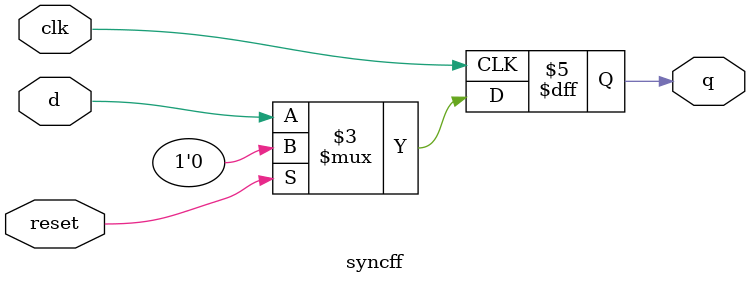
<source format=sv>
module syncff (
    input logic clk,         // Clock input
    input logic reset,       // Synchronous reset input
    input logic d,           // Data input
    output logic q           // Output
);

    // Synchronous reset logic
    always_ff @(posedge clk) begin
        if (reset)           // If reset is high, set q to 0
            q <= 0;
        else
            q <= d;          // On rising edge of clk, transfer d to q
    end

endmodule

</source>
